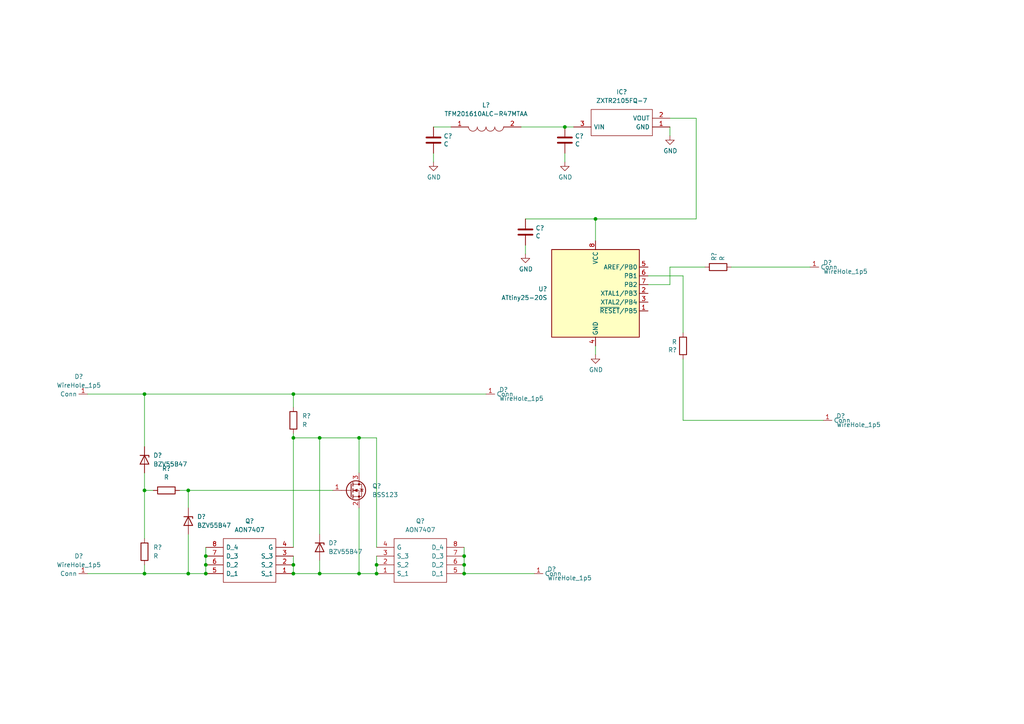
<source format=kicad_sch>
(kicad_sch (version 20211123) (generator eeschema)
  (paper "A4")
  (lib_symbols
    (symbol "AON7407:AON7407" (pin_names (offset 0.762))
      (property "Reference" "Q" (at 21.59 7.62 0))
      (property "Value" "AON7407" (at 21.59 5.08 0))
      (symbol "AON7407_0_0"
        (pin passive line (at 0 0 0) (length 5.08) (name "S_1") (number "1"))
        (pin passive line (at 0 -2.54 0) (length 5.08) (name "S_2") (number "2"))
        (pin passive line (at 0 -5.08 0) (length 5.08) (name "S_3") (number "3"))
        (pin passive line (at 0 -7.62 0) (length 5.08) (name "G") (number "4"))
        (pin passive line (at 25.4 0 180) (length 5.08) (name "D_1") (number "5"))
        (pin passive line (at 25.4 -2.54 180) (length 5.08) (name "D_2") (number "6"))
        (pin passive line (at 25.4 -5.08 180) (length 5.08) (name "D_3") (number "7"))
        (pin passive line (at 25.4 -7.62 180) (length 5.08) (name "D_4") (number "8"))
      )
      (symbol "AON7407_0_1"
        (polyline (pts (xy 5.08 2.54) (xy 20.32 2.54) (xy 20.32 -10.16) (xy 5.08 -10.16) (xy 5.08 2.54)) (stroke (width 0.1524)))
      )
    )
    (symbol "Connectors_for_Wire:WireHole_1p5"
      (property "Reference" "D" (at 0 -1.27 0))
      (property "Value" "WireHole_1p5" (at 0 1.27 0))
      (symbol "WireHole_1p5_1_0"
        (pin bidirectional line (at 0 0 0) (length 2.54) (name "Conn") (number "1"))
      )
    )
    (symbol "Device:C" (pin_numbers hide) (pin_names (offset 0.254))
      (property "Reference" "C" (at 0.635 2.54 0))
      (property "Value" "C" (at 0.635 -2.54 0))
      (symbol "C_0_1"
        (polyline (pts (xy -2.032 -0.762) (xy 2.032 -0.762)) (stroke (width 0.508)))
        (polyline (pts (xy -2.032 0.762) (xy 2.032 0.762)) (stroke (width 0.508)))
      )
      (symbol "C_1_1"
        (pin passive line (at 0 3.81 270) (length 2.794) (name "~") (number "1"))
        (pin passive line (at 0 -3.81 90) (length 2.794) (name "~") (number "2"))
      )
    )
    (symbol "Device:R" (pin_numbers hide) (pin_names (offset 0))
      (property "Reference" "R" (at 2.032 0 90))
      (property "Value" "R" (at 0 0 90))
      (symbol "R_0_1"
        (rectangle (start -1.016 -2.54) (end 1.016 2.54) (stroke (width 0.254)))
      )
      (symbol "R_1_1"
        (pin passive line (at 0 3.81 270) (length 1.27) (name "~") (number "1"))
        (pin passive line (at 0 -3.81 90) (length 1.27) (name "~") (number "2"))
      )
    )
    (symbol "Diode:BZV55B47" (pin_numbers hide) (pin_names hide)
      (property "Reference" "D" (at 0 2.54 0))
      (property "Value" "BZV55B47" (at 0 -2.54 0))
      (symbol "BZV55B47_0_1"
        (polyline (pts (xy 1.27 0) (xy -1.27 0)))
        (polyline (pts (xy -1.27 -1.27) (xy -1.27 1.27) (xy -0.762 1.27)) (stroke (width 0.254)))
        (polyline (pts (xy 1.27 -1.27) (xy 1.27 1.27) (xy -1.27 0) (xy 1.27 -1.27)) (stroke (width 0.254)))
      )
      (symbol "BZV55B47_1_1"
        (pin passive line (at -3.81 0 0) (length 2.54) (name "K") (number "1"))
        (pin passive line (at 3.81 0 180) (length 2.54) (name "A") (number "2"))
      )
    )
    (symbol "MCU_Microchip_ATtiny:ATtiny25-20S"
      (property "Reference" "U" (at -12.7 13.97 0))
      (property "Value" "ATtiny25-20S" (at 2.54 -13.97 0))
      (symbol "ATtiny25-20S_0_1"
        (rectangle (start -12.7 -12.7) (end 12.7 12.7) (stroke (width 0.254)) (fill (type background)))
      )
      (symbol "ATtiny25-20S_1_1"
        (pin bidirectional line (at 15.24 -5.08 180) (length 2.54) (name "~{RESET}/PB5") (number "1"))
        (pin bidirectional line (at 15.24 0 180) (length 2.54) (name "XTAL1/PB3") (number "2"))
        (pin bidirectional line (at 15.24 -2.54 180) (length 2.54) (name "XTAL2/PB4") (number "3"))
        (pin power_in line (at 0 -15.24 90) (length 2.54) (name "GND") (number "4"))
        (pin bidirectional line (at 15.24 7.62 180) (length 2.54) (name "AREF/PB0") (number "5"))
        (pin bidirectional line (at 15.24 5.08 180) (length 2.54) (name "PB1") (number "6"))
        (pin bidirectional line (at 15.24 2.54 180) (length 2.54) (name "PB2") (number "7"))
        (pin power_in line (at 0 15.24 270) (length 2.54) (name "VCC") (number "8"))
      )
    )
    (symbol "TFM201610ALC-R47MTAA:TFM201610ALC-R47MTAA" (pin_names (offset 0.762))
      (property "Reference" "L" (at 16.51 6.35 0))
      (property "Value" "TFM201610ALC-R47MTAA" (at 16.51 3.81 0))
      (symbol "TFM201610ALC-R47MTAA_0_0"
        (pin passive line (at 0 0 0) (length 5.08) (name "~") (number "1"))
        (pin passive line (at 20.32 0 180) (length 5.08) (name "~") (number "2"))
      )
      (symbol "TFM201610ALC-R47MTAA_0_1"
        (arc (start 5.08 0) (mid 6.35 -1.3218) (end 7.62 0) (stroke (width 0.1524)))
        (arc (start 7.62 0) (mid 8.89 -1.3218) (end 10.16 0) (stroke (width 0.1524)))
        (arc (start 10.16 0) (mid 11.43 -1.3218) (end 12.7 0) (stroke (width 0.1524)))
        (arc (start 12.7 0) (mid 13.97 -1.3218) (end 15.24 0) (stroke (width 0.1524)))
      )
    )
    (symbol "Transistor_FET:BSS123" (pin_names hide)
      (property "Reference" "Q" (at 5.08 1.905 0))
      (property "Value" "BSS123" (at 5.08 0 0))
      (symbol "BSS123_0_1"
        (polyline (pts (xy 0.254 0) (xy -2.54 0)))
        (polyline (pts (xy 0.254 1.905) (xy 0.254 -1.905)) (stroke (width 0.254)))
        (polyline (pts (xy 0.762 -1.27) (xy 0.762 -2.286)) (stroke (width 0.254)))
        (polyline (pts (xy 0.762 0.508) (xy 0.762 -0.508)) (stroke (width 0.254)))
        (polyline (pts (xy 0.762 2.286) (xy 0.762 1.27)) (stroke (width 0.254)))
        (polyline (pts (xy 2.54 2.54) (xy 2.54 1.778)))
        (polyline (pts (xy 2.54 -2.54) (xy 2.54 0) (xy 0.762 0)))
        (polyline (pts (xy 0.762 -1.778) (xy 3.302 -1.778) (xy 3.302 1.778) (xy 0.762 1.778)))
        (polyline (pts (xy 1.016 0) (xy 2.032 0.381) (xy 2.032 -0.381) (xy 1.016 0)) (fill (type outline)))
        (polyline (pts (xy 2.794 0.508) (xy 2.921 0.381) (xy 3.683 0.381) (xy 3.81 0.254)))
        (polyline (pts (xy 3.302 0.381) (xy 2.921 -0.254) (xy 3.683 -0.254) (xy 3.302 0.381)))
        (circle (center 1.651 0) (radius 2.794) (stroke (width 0.254)))
        (circle (center 2.54 -1.778) (radius 0.254) (fill (type outline)))
        (circle (center 2.54 1.778) (radius 0.254) (fill (type outline)))
      )
      (symbol "BSS123_1_1"
        (pin input line (at -5.08 0 0) (length 2.54) (name "G") (number "1"))
        (pin passive line (at 2.54 -5.08 90) (length 2.54) (name "S") (number "2"))
        (pin passive line (at 2.54 5.08 270) (length 2.54) (name "D") (number "3"))
      )
    )
    (symbol "ZXTR2105FQ-7:ZXTR2105FQ-7" (pin_names (offset 0.762))
      (property "Reference" "IC" (at 24.13 7.62 0))
      (property "Value" "ZXTR2105FQ-7" (at 24.13 5.08 0))
      (symbol "ZXTR2105FQ-7_0_0"
        (pin passive line (at 0 0 0) (length 5.08) (name "GND") (number "1"))
        (pin passive line (at 0 -2.54 0) (length 5.08) (name "VOUT") (number "2"))
        (pin passive line (at 27.94 0 180) (length 5.08) (name "VIN") (number "3"))
      )
      (symbol "ZXTR2105FQ-7_0_1"
        (polyline (pts (xy 5.08 2.54) (xy 22.86 2.54) (xy 22.86 -5.08) (xy 5.08 -5.08) (xy 5.08 2.54)) (stroke (width 0.1524)))
      )
    )
    (symbol "power:GND" (power) (pin_names (offset 0))
      (property "Value" "GND" (at 0 -3.81 0))
      (symbol "GND_0_1"
        (polyline (pts (xy 0 0) (xy 0 -1.27) (xy 1.27 -1.27) (xy 0 -2.54) (xy -1.27 -1.27) (xy 0 -1.27)))
      )
      (symbol "GND_1_1"
        (pin power_in line (at 0 0 270) (length 0) hide (name "GND") (number "1"))
      )
    )
  )
  (junction (at 59.69 166.37))
  (junction (at 85.09 127))
  (junction (at 109.22 166.37))
  (junction (at 109.22 163.83))
  (junction (at 85.09 163.83))
  (junction (at 134.62 166.37))
  (junction (at 92.71 166.37))
  (junction (at 92.71 127))
  (junction (at 54.61 142.24))
  (junction (at 54.61 166.37))
  (junction (at 41.91 114.3))
  (junction (at 85.09 114.3))
  (junction (at 59.69 161.29))
  (junction (at 41.91 166.37))
  (junction (at 163.83 36.83))
  (junction (at 172.72 63.5))
  (junction (at 85.09 166.37))
  (junction (at 104.14 166.37))
  (junction (at 134.62 161.29))
  (junction (at 59.69 163.83))
  (junction (at 41.91 142.24))
  (junction (at 104.14 127))
  (junction (at 134.62 163.83))
  (wire (pts (xy 41.91 114.3) (xy 85.09 114.3)))
  (wire (pts (xy 125.73 36.83) (xy 130.81 36.83)))
  (wire (pts (xy 134.62 158.75) (xy 134.62 161.29)))
  (wire (pts (xy 198.12 80.01) (xy 198.12 96.52)))
  (wire (pts (xy 109.22 127) (xy 109.22 158.75)))
  (wire (pts (xy 92.71 166.37) (xy 104.14 166.37)))
  (wire (pts (xy 92.71 162.56) (xy 92.71 166.37)))
  (wire (pts (xy 41.91 142.24) (xy 44.45 142.24)))
  (wire (pts (xy 54.61 154.94) (xy 54.61 166.37)))
  (wire (pts (xy 172.72 100.33) (xy 172.72 102.87)))
  (wire (pts (xy 41.91 137.16) (xy 41.91 142.24)))
  (wire (pts (xy 85.09 163.83) (xy 85.09 166.37)))
  (wire (pts (xy 104.14 147.32) (xy 104.14 166.37)))
  (wire (pts (xy 59.69 163.83) (xy 59.69 166.37)))
  (wire (pts (xy 85.09 166.37) (xy 92.71 166.37)))
  (wire (pts (xy 25.4 166.37) (xy 41.91 166.37)))
  (wire (pts (xy 125.73 44.45) (xy 125.73 46.99)))
  (wire (pts (xy 109.22 163.83) (xy 109.22 166.37)))
  (wire (pts (xy 134.62 163.83) (xy 134.62 166.37)))
  (wire (pts (xy 25.4 114.3) (xy 41.91 114.3)))
  (wire (pts (xy 109.22 161.29) (xy 109.22 163.83)))
  (wire (pts (xy 163.83 44.45) (xy 163.83 46.99)))
  (wire (pts (xy 187.96 80.01) (xy 198.12 80.01)))
  (wire (pts (xy 104.14 137.16) (xy 104.14 127)))
  (wire (pts (xy 85.09 158.75) (xy 85.09 127)))
  (wire (pts (xy 104.14 166.37) (xy 109.22 166.37)))
  (wire (pts (xy 41.91 129.54) (xy 41.91 114.3)))
  (wire (pts (xy 201.93 63.5) (xy 172.72 63.5)))
  (wire (pts (xy 85.09 114.3) (xy 140.97 114.3)))
  (wire (pts (xy 151.13 36.83) (xy 163.83 36.83)))
  (wire (pts (xy 194.31 77.47) (xy 204.47 77.47)))
  (wire (pts (xy 54.61 142.24) (xy 54.61 147.32)))
  (wire (pts (xy 172.72 63.5) (xy 172.72 69.85)))
  (wire (pts (xy 41.91 142.24) (xy 41.91 156.21)))
  (wire (pts (xy 194.31 36.83) (xy 194.31 39.37)))
  (wire (pts (xy 96.52 142.24) (xy 54.61 142.24)))
  (wire (pts (xy 52.07 142.24) (xy 54.61 142.24)))
  (wire (pts (xy 92.71 127) (xy 92.71 154.94)))
  (wire (pts (xy 41.91 163.83) (xy 41.91 166.37)))
  (wire (pts (xy 198.12 121.92) (xy 238.76 121.92)))
  (wire (pts (xy 152.4 71.12) (xy 152.4 73.66)))
  (wire (pts (xy 85.09 161.29) (xy 85.09 163.83)))
  (wire (pts (xy 194.31 34.29) (xy 201.93 34.29)))
  (wire (pts (xy 194.31 82.55) (xy 194.31 77.47)))
  (wire (pts (xy 201.93 34.29) (xy 201.93 63.5)))
  (wire (pts (xy 54.61 166.37) (xy 59.69 166.37)))
  (wire (pts (xy 85.09 127) (xy 92.71 127)))
  (wire (pts (xy 59.69 158.75) (xy 59.69 161.29)))
  (wire (pts (xy 104.14 127) (xy 109.22 127)))
  (wire (pts (xy 198.12 104.14) (xy 198.12 121.92)))
  (wire (pts (xy 85.09 114.3) (xy 85.09 118.11)))
  (wire (pts (xy 212.09 77.47) (xy 234.95 77.47)))
  (wire (pts (xy 85.09 125.73) (xy 85.09 127)))
  (wire (pts (xy 172.72 63.5) (xy 152.4 63.5)))
  (wire (pts (xy 59.69 161.29) (xy 59.69 163.83)))
  (wire (pts (xy 92.71 127) (xy 104.14 127)))
  (wire (pts (xy 134.62 166.37) (xy 154.94 166.37)))
  (wire (pts (xy 187.96 82.55) (xy 194.31 82.55)))
  (wire (pts (xy 41.91 166.37) (xy 54.61 166.37)))
  (wire (pts (xy 163.83 36.83) (xy 166.37 36.83)))
  (wire (pts (xy 134.62 161.29) (xy 134.62 163.83)))
  (symbol (lib_id "Connectors_for_Wire:WireHole_1p5") (at 140.97 114.3 0) (unit 1)
    (property "Reference" "D?" (at 144.78 113.0299 0) (effects (justify left)))
    (property "Value" "WireHole_1p5" (at 144.78 115.5699 0) (effects (justify left)))
    (property "Footprint" "libraries:WireHole_1p2" (effects hide))
  )
  (symbol (lib_id "power:GND") (at 163.83 46.99 0) (unit 1)
    (property "Reference" "#PWR?" (effects hide))
    (property "Value" "GND" (at 163.957 51.3842 0))
  )
  (symbol (lib_id "power:GND") (at 194.31 39.37 0) (unit 1)
    (property "Reference" "#PWR?" (effects hide))
    (property "Value" "GND" (at 194.437 43.7642 0))
  )
  (symbol (lib_id "Device:R") (at 41.91 160.02 0) (unit 1)
    (property "Reference" "R?" (at 44.45 158.7499 0) (effects (justify left)))
    (property "Value" "R" (at 44.45 161.2899 0) (effects (justify left)))
  )
  (symbol (lib_id "Transistor_FET:BSS123") (at 101.6 142.24 0) (unit 1)
    (property "Reference" "Q?" (at 107.95 140.9699 0) (effects (justify left)))
    (property "Value" "BSS123" (at 107.95 143.5099 0) (effects (justify left)))
    (property "Footprint" "Package_TO_SOT_SMD:SOT-23" (effects hide))
    (property "Datasheet" "http://www.diodes.com/assets/Datasheets/ds30366.pdf" (effects hide))
  )
  (symbol (lib_id "Device:R") (at 85.09 121.92 0) (unit 1)
    (property "Reference" "R?" (at 87.63 120.6499 0) (effects (justify left)))
    (property "Value" "R" (at 87.63 123.1899 0) (effects (justify left)))
  )
  (symbol (lib_id "Diode:BZV55B47") (at 92.71 158.75 270) (unit 1)
    (property "Reference" "D?" (at 95.25 157.4799 90) (effects (justify left)))
    (property "Value" "BZV55B47" (at 95.25 160.0199 90) (effects (justify left)))
    (property "Footprint" "Diode_SMD:D_MiniMELF" (effects hide))
    (property "Datasheet" "https://assets.nexperia.com/documents/data-sheet/BZV55_SER.pdf" (effects hide))
  )
  (symbol (lib_id "Connectors_for_Wire:WireHole_1p5") (at 25.4 166.37 0) (mirror y) (unit 1)
    (property "Reference" "D?" (at 22.86 161.29 0))
    (property "Value" "WireHole_1p5" (at 22.86 163.83 0))
    (property "Footprint" "libraries:WireHole_1p2" (effects hide))
  )
  (symbol (lib_id "Connectors_for_Wire:WireHole_1p5") (at 234.95 77.47 0) (unit 1)
    (property "Reference" "D?" (at 238.76 76.1999 0) (effects (justify left)))
    (property "Value" "WireHole_1p5" (at 238.76 78.7399 0) (effects (justify left)))
    (property "Footprint" "libraries:WireHole_1p2" (effects hide))
  )
  (symbol (lib_id "Diode:BZV55B47") (at 54.61 151.13 270) (unit 1)
    (property "Reference" "D?" (at 57.15 149.8599 90) (effects (justify left)))
    (property "Value" "BZV55B47" (at 57.15 152.3999 90) (effects (justify left)))
    (property "Footprint" "Diode_SMD:D_MiniMELF" (effects hide))
    (property "Datasheet" "https://assets.nexperia.com/documents/data-sheet/BZV55_SER.pdf" (effects hide))
  )
  (symbol (lib_id "AON7407:AON7407") (at 109.22 166.37 0) (mirror x) (unit 1)
    (property "Reference" "Q?" (at 121.92 151.13 0))
    (property "Value" "AON7407" (at 121.92 153.67 0))
    (property "Footprint" "DFN_3X3_EP" (effects hide))
    (property "Datasheet" "http://aosmd.com/res/data_sheets/AON7407.pdf" (effects hide))
    (property "Description" "MOSFET P-CH 20V 14.5A 8DFN" (effects hide))
    (property "Manufacturer_Name" "Alpha & Omega Semiconductors" (effects hide))
    (property "Manufacturer_Part_Number" "AON7407" (effects hide))
    (property "Arrow Part Number" "AON7407" (effects hide))
    (property "Arrow Price/Stock" "https://www.arrow.com/en/products/aon7407/alpha-and-omega-semiconductor?region=nac" (effects hide))
  )
  (symbol (lib_id "Connectors_for_Wire:WireHole_1p5") (at 25.4 114.3 0) (mirror y) (unit 1)
    (property "Reference" "D?" (at 22.86 109.22 0))
    (property "Value" "WireHole_1p5" (at 22.86 111.76 0))
    (property "Footprint" "libraries:WireHole_1p2" (effects hide))
  )
  (symbol (lib_id "Diode:BZV55B47") (at 41.91 133.35 270) (unit 1)
    (property "Reference" "D?" (at 44.45 132.0799 90) (effects (justify left)))
    (property "Value" "BZV55B47" (at 44.45 134.6199 90) (effects (justify left)))
    (property "Footprint" "Diode_SMD:D_MiniMELF" (effects hide))
    (property "Datasheet" "https://assets.nexperia.com/documents/data-sheet/BZV55_SER.pdf" (effects hide))
  )
  (symbol (lib_id "power:GND") (at 172.72 102.87 0) (unit 1)
    (property "Reference" "#PWR?" (effects hide))
    (property "Value" "GND" (at 172.847 107.2642 0))
  )
  (symbol (lib_id "Device:C") (at 163.83 40.64 0) (unit 1)
    (property "Reference" "C?" (at 166.751 39.4716 0) (effects (justify left)))
    (property "Value" "C" (at 166.751 41.783 0) (effects (justify left)))
    (property "Footprint" "Capacitor_SMD:C_0603_1608Metric_Pad1.08x0.95mm_HandSolder" (effects hide))
  )
  (symbol (lib_id "Device:R") (at 198.12 100.33 180) (unit 1)
    (property "Reference" "R?" (at 196.342 101.4984 0) (effects (justify left)))
    (property "Value" "R" (at 196.342 99.187 0) (effects (justify left)))
    (property "Footprint" "Resistor_SMD:R_0603_1608Metric_Pad0.98x0.95mm_HandSolder" (effects hide))
  )
  (symbol (lib_id "Device:R") (at 48.26 142.24 90) (unit 1)
    (property "Reference" "R?" (at 48.26 135.89 90))
    (property "Value" "R" (at 48.26 138.43 90))
  )
  (symbol (lib_id "Device:C") (at 125.73 40.64 0) (unit 1)
    (property "Reference" "C?" (at 128.651 39.4716 0) (effects (justify left)))
    (property "Value" "C" (at 128.651 41.783 0) (effects (justify left)))
    (property "Footprint" "Capacitor_SMD:C_1812_4532Metric_Pad1.57x3.40mm_HandSolder" (effects hide))
  )
  (symbol (lib_id "Device:C") (at 152.4 67.31 0) (unit 1)
    (property "Reference" "C?" (at 155.321 66.1416 0) (effects (justify left)))
    (property "Value" "C" (at 155.321 68.453 0) (effects (justify left)))
    (property "Footprint" "Capacitor_SMD:C_0603_1608Metric_Pad1.08x0.95mm_HandSolder" (effects hide))
  )
  (symbol (lib_id "Connectors_for_Wire:WireHole_1p5") (at 238.76 121.92 0) (unit 1)
    (property "Reference" "D?" (at 242.57 120.6499 0) (effects (justify left)))
    (property "Value" "WireHole_1p5" (at 242.57 123.1899 0) (effects (justify left)))
    (property "Footprint" "libraries:WireHole_1p2" (effects hide))
  )
  (symbol (lib_id "Connectors_for_Wire:WireHole_1p5") (at 154.94 166.37 0) (unit 1)
    (property "Reference" "D?" (at 158.75 165.0999 0) (effects (justify left)))
    (property "Value" "WireHole_1p5" (at 158.75 167.6399 0) (effects (justify left)))
    (property "Footprint" "libraries:WireHole_1p2" (effects hide))
  )
  (symbol (lib_id "MCU_Microchip_ATtiny:ATtiny25-20S") (at 172.72 85.09 0) (unit 1)
    (property "Reference" "U?" (at 158.75 83.8199 0) (effects (justify right)))
    (property "Value" "ATtiny25-20S" (at 158.75 86.3599 0) (effects (justify right)))
    (property "Footprint" "Package_SO:SOIC-8W_5.3x5.3mm_P1.27mm" (effects hide))
    (property "Datasheet" "http://ww1.microchip.com/downloads/en/DeviceDoc/atmel-2586-avr-8-bit-microcontroller-attiny25-attiny45-attiny85_datasheet.pdf" (effects hide))
  )
  (symbol (lib_id "AON7407:AON7407") (at 85.09 166.37 180) (unit 1)
    (property "Reference" "Q?" (at 72.39 151.13 0))
    (property "Value" "AON7407" (at 72.39 153.67 0))
    (property "Footprint" "DFN_3X3_EP" (effects hide))
    (property "Datasheet" "http://aosmd.com/res/data_sheets/AON7407.pdf" (effects hide))
    (property "Description" "MOSFET P-CH 20V 14.5A 8DFN" (effects hide))
    (property "Manufacturer_Name" "Alpha & Omega Semiconductors" (effects hide))
    (property "Manufacturer_Part_Number" "AON7407" (effects hide))
    (property "Arrow Part Number" "AON7407" (effects hide))
    (property "Arrow Price/Stock" "https://www.arrow.com/en/products/aon7407/alpha-and-omega-semiconductor?region=nac" (effects hide))
  )
  (symbol (lib_id "ZXTR2105FQ-7:ZXTR2105FQ-7") (at 194.31 36.83 180) (unit 1)
    (property "Reference" "IC?" (at 180.34 26.67 0))
    (property "Value" "ZXTR2105FQ-7" (at 180.34 29.21 0))
    (property "Footprint" "libraries:SOT96P240X110-3N" (effects hide))
    (property "Datasheet" "https://www.diodes.com/assets/Datasheets/ZXTR2105F.pdf" (effects hide))
    (property "Description" "Linear Voltage Regulators Transistor Array" (effects hide))
    (property "Height" "1.1" (effects hide))
    (property "Manufacturer_Name" "Diodes Inc." (effects hide))
    (property "Manufacturer_Part_Number" "ZXTR2105FQ-7" (effects hide))
    (property "Mouser Part Number" "621-ZXTR2105FQ-7" (effects hide))
    (property "Mouser Price/Stock" "https://www.mouser.co.uk/ProductDetail/Diodes-Incorporated/ZXTR2105FQ-7?qs=4EhzHfbM1GhWfAX%2FiWltGQ%3D%3D" (effects hide))
    (property "Arrow Part Number" "ZXTR2105FQ-7" (effects hide))
    (property "Arrow Price/Stock" "https://www.arrow.com/en/products/zxtr2105fq-7/diodes-incorporated?region=nac" (effects hide))
  )
  (symbol (lib_id "TFM201610ALC-R47MTAA:TFM201610ALC-R47MTAA") (at 130.81 36.83 0) (unit 1)
    (property "Reference" "L?" (at 140.97 30.48 0))
    (property "Value" "TFM201610ALC-R47MTAA" (at 140.97 33.02 0))
    (property "Footprint" "libraries:INDC2016X80N" (effects hide))
    (property "Datasheet" "https://datasheet.datasheetarchive.com/originals/distributors/DKDS41/DSANUWW0039576.pdf" (effects hide))
    (property "Description" "Inductors for Power Circuits, for Consumer, Thin Film Metal, TFM201610ALC ,-40 to +125" (effects hide))
    (property "Height" "0.8" (effects hide))
    (property "Manufacturer_Name" "TDK" (effects hide))
    (property "Manufacturer_Part_Number" "TFM201610ALC-R47MTAA" (effects hide))
    (property "Mouser Part Number" "810-TFM201610ALCR47M" (effects hide))
    (property "Mouser Price/Stock" "https://www.mouser.co.uk/ProductDetail/TDK/TFM201610ALC-R47MTAA?qs=MLItCLRbWsy9rkE7tyNMeg%3D%3D" (effects hide))
    (property "Arrow Part Number" "TFM201610ALC-R47MTAA" (effects hide))
    (property "Arrow Price/Stock" "https://www.arrow.com/en/products/tfm201610alc-r47mtaa/tdk" (effects hide))
  )
  (symbol (lib_id "power:GND") (at 125.73 46.99 0) (unit 1)
    (property "Reference" "#PWR?" (effects hide))
    (property "Value" "GND" (at 125.857 51.3842 0))
  )
  (symbol (lib_id "power:GND") (at 152.4 73.66 0) (unit 1)
    (property "Reference" "#PWR?" (effects hide))
    (property "Value" "GND" (at 152.527 78.0542 0))
  )
  (symbol (lib_id "Device:R") (at 208.28 77.47 90) (unit 1)
    (property "Reference" "R?" (at 207.1116 75.692 0) (effects (justify left)))
    (property "Value" "R" (at 209.423 75.692 0) (effects (justify left)))
    (property "Footprint" "Resistor_SMD:R_0603_1608Metric_Pad0.98x0.95mm_HandSolder" (effects hide))
  )
)
</source>
